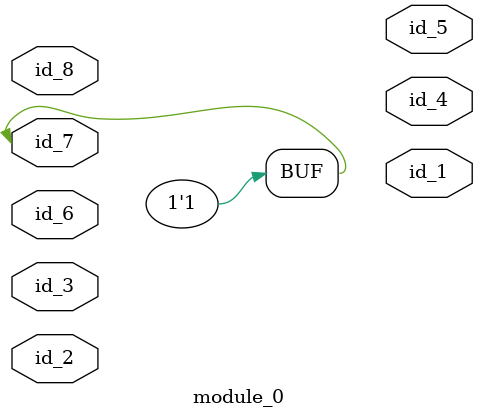
<source format=v>
module module_0 (
    id_1,
    id_2,
    id_3,
    id_4,
    id_5,
    id_6,
    id_7,
    id_8
);
  input id_8;
  inout id_7;
  inout id_6;
  output id_5;
  output id_4;
  inout id_3;
  inout id_2;
  output id_1;
  assign id_7 = 1;
endmodule

</source>
